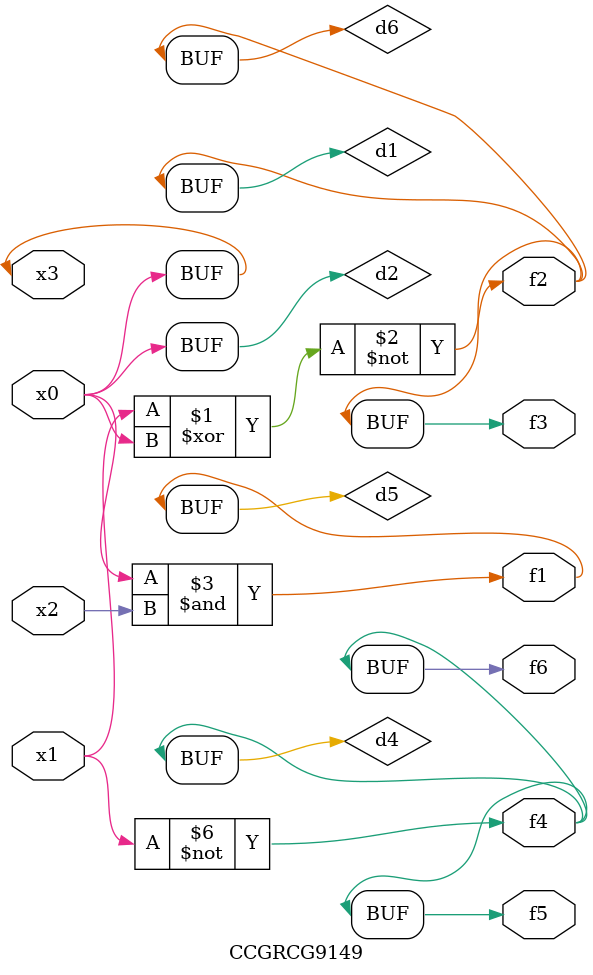
<source format=v>
module CCGRCG9149(
	input x0, x1, x2, x3,
	output f1, f2, f3, f4, f5, f6
);

	wire d1, d2, d3, d4, d5, d6;

	xnor (d1, x1, x3);
	buf (d2, x0, x3);
	nand (d3, x0, x2);
	not (d4, x1);
	nand (d5, d3);
	or (d6, d1);
	assign f1 = d5;
	assign f2 = d6;
	assign f3 = d6;
	assign f4 = d4;
	assign f5 = d4;
	assign f6 = d4;
endmodule

</source>
